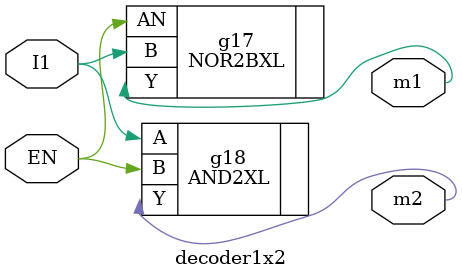
<source format=v>
/*
###############################################################
#  Generated by:      Cadence Innovus 16.21-s078_1
#  OS:                Linux x86_64(Host ID client02)
#  Generated on:      Sat Sep 14 20:43:55 2019
#  Design:            decoder1x2
#  Command:           saveNetlist decoder1x2-innovus-netlist.v
###############################################################
*/
// Generated by Cadence Genus(TM) Synthesis Solution 16.21-s018_1
// Generated on: Sep 12 2019 02:11:16 IST (Sep 11 2019 20:41:16 UTC)
// Verification Directory fv/decoder1x2 
module decoder1x2 (
	EN, 
	I1, 
	m1, 
	m2);
   input EN;
   input I1;
   output m1;
   output m2;

   NOR2BXL g17 (.AN(EN),
	.B(I1),
	.Y(m1));
   AND2XL g18 (.A(I1),
	.B(EN),
	.Y(m2));
endmodule


</source>
